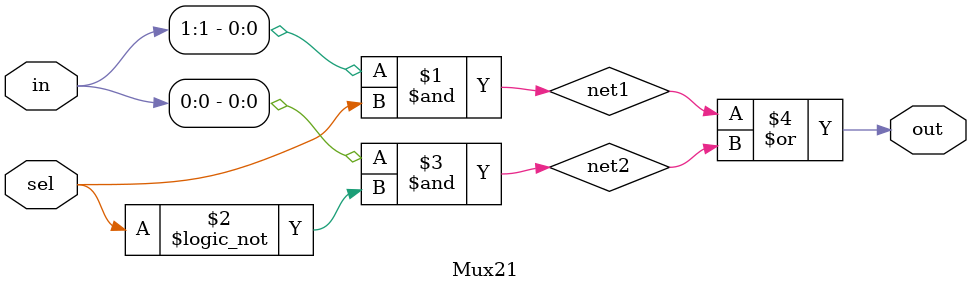
<source format=v>
module Mux21(out, in , sel);
   input [1:0] in;

   input       sel;

   output      out;
   
   wire	       net1, net2; //creating middle points to simplify the code
   assign net1 = in[1] & sel; // assigning the middle points
   assign net2 = in[0] & !sel;
   assign out = net1 | net2; //finally making the last value output
   endmodule
   
   

</source>
